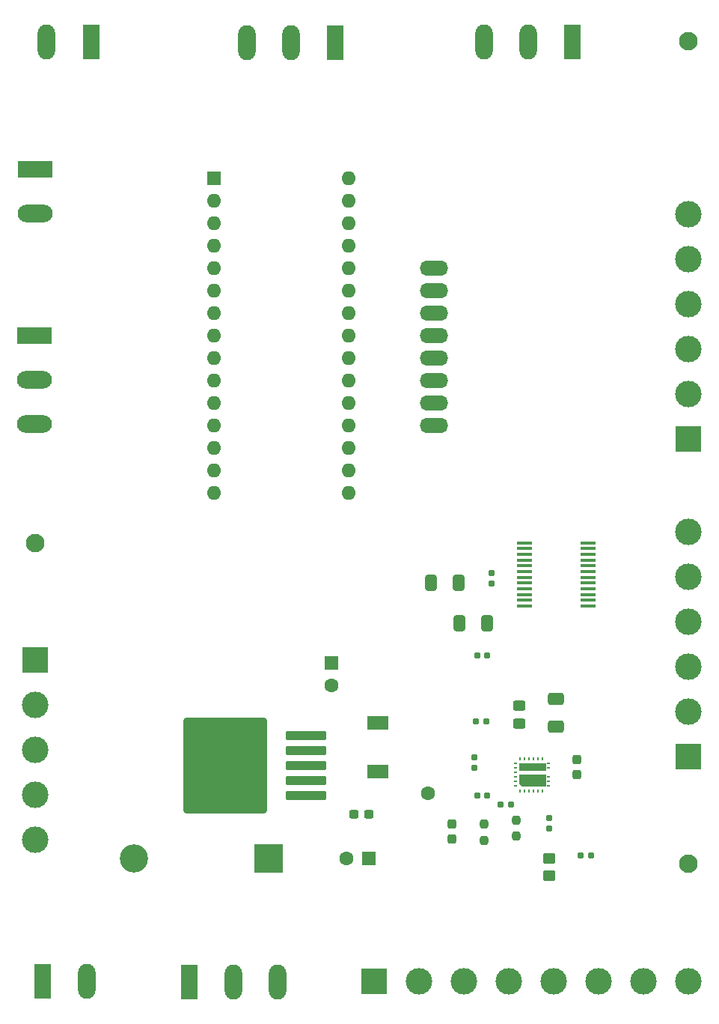
<source format=gbr>
%TF.GenerationSoftware,KiCad,Pcbnew,8.0.4*%
%TF.CreationDate,2025-07-07T11:58:56-07:00*%
%TF.ProjectId,board,626f6172-642e-46b6-9963-61645f706362,rev?*%
%TF.SameCoordinates,Original*%
%TF.FileFunction,Soldermask,Top*%
%TF.FilePolarity,Negative*%
%FSLAX46Y46*%
G04 Gerber Fmt 4.6, Leading zero omitted, Abs format (unit mm)*
G04 Created by KiCad (PCBNEW 8.0.4) date 2025-07-07 11:58:56*
%MOMM*%
%LPD*%
G01*
G04 APERTURE LIST*
G04 Aperture macros list*
%AMRoundRect*
0 Rectangle with rounded corners*
0 $1 Rounding radius*
0 $2 $3 $4 $5 $6 $7 $8 $9 X,Y pos of 4 corners*
0 Add a 4 corners polygon primitive as box body*
4,1,4,$2,$3,$4,$5,$6,$7,$8,$9,$2,$3,0*
0 Add four circle primitives for the rounded corners*
1,1,$1+$1,$2,$3*
1,1,$1+$1,$4,$5*
1,1,$1+$1,$6,$7*
1,1,$1+$1,$8,$9*
0 Add four rect primitives between the rounded corners*
20,1,$1+$1,$2,$3,$4,$5,0*
20,1,$1+$1,$4,$5,$6,$7,0*
20,1,$1+$1,$6,$7,$8,$9,0*
20,1,$1+$1,$8,$9,$2,$3,0*%
%AMOutline5P*
0 Free polygon, 5 corners , with rotation*
0 The origin of the aperture is its center*
0 number of corners: always 5*
0 $1 to $10 corner X, Y*
0 $11 Rotation angle, in degrees counterclockwise*
0 create outline with 5 corners*
4,1,5,$1,$2,$3,$4,$5,$6,$7,$8,$9,$10,$1,$2,$11*%
%AMOutline6P*
0 Free polygon, 6 corners , with rotation*
0 The origin of the aperture is its center*
0 number of corners: always 6*
0 $1 to $12 corner X, Y*
0 $13 Rotation angle, in degrees counterclockwise*
0 create outline with 6 corners*
4,1,6,$1,$2,$3,$4,$5,$6,$7,$8,$9,$10,$11,$12,$1,$2,$13*%
%AMOutline7P*
0 Free polygon, 7 corners , with rotation*
0 The origin of the aperture is its center*
0 number of corners: always 7*
0 $1 to $14 corner X, Y*
0 $15 Rotation angle, in degrees counterclockwise*
0 create outline with 7 corners*
4,1,7,$1,$2,$3,$4,$5,$6,$7,$8,$9,$10,$11,$12,$13,$14,$1,$2,$15*%
%AMOutline8P*
0 Free polygon, 8 corners , with rotation*
0 The origin of the aperture is its center*
0 number of corners: always 8*
0 $1 to $16 corner X, Y*
0 $17 Rotation angle, in degrees counterclockwise*
0 create outline with 8 corners*
4,1,8,$1,$2,$3,$4,$5,$6,$7,$8,$9,$10,$11,$12,$13,$14,$15,$16,$1,$2,$17*%
G04 Aperture macros list end*
%ADD10R,1.980000X3.960000*%
%ADD11O,1.980000X3.960000*%
%ADD12RoundRect,0.237500X0.300000X0.237500X-0.300000X0.237500X-0.300000X-0.237500X0.300000X-0.237500X0*%
%ADD13R,3.000000X3.000000*%
%ADD14C,3.000000*%
%ADD15R,3.960000X1.980000*%
%ADD16O,3.960000X1.980000*%
%ADD17RoundRect,0.250000X2.050000X0.300000X-2.050000X0.300000X-2.050000X-0.300000X2.050000X-0.300000X0*%
%ADD18RoundRect,0.250002X4.449998X5.149998X-4.449998X5.149998X-4.449998X-5.149998X4.449998X-5.149998X0*%
%ADD19C,1.600000*%
%ADD20RoundRect,0.160000X-0.197500X-0.160000X0.197500X-0.160000X0.197500X0.160000X-0.197500X0.160000X0*%
%ADD21R,1.750000X0.450000*%
%ADD22C,2.100000*%
%ADD23R,1.600000X1.600000*%
%ADD24O,1.600000X1.600000*%
%ADD25RoundRect,0.160000X0.160000X-0.197500X0.160000X0.197500X-0.160000X0.197500X-0.160000X-0.197500X0*%
%ADD26RoundRect,0.155000X0.212500X0.155000X-0.212500X0.155000X-0.212500X-0.155000X0.212500X-0.155000X0*%
%ADD27RoundRect,0.237500X0.237500X-0.300000X0.237500X0.300000X-0.237500X0.300000X-0.237500X-0.300000X0*%
%ADD28RoundRect,0.250000X-0.650000X0.412500X-0.650000X-0.412500X0.650000X-0.412500X0.650000X0.412500X0*%
%ADD29RoundRect,0.250000X0.412500X0.650000X-0.412500X0.650000X-0.412500X-0.650000X0.412500X-0.650000X0*%
%ADD30R,2.400000X1.500000*%
%ADD31RoundRect,0.160000X-0.160000X0.197500X-0.160000X-0.197500X0.160000X-0.197500X0.160000X0.197500X0*%
%ADD32RoundRect,0.237500X-0.237500X0.300000X-0.237500X-0.300000X0.237500X-0.300000X0.237500X0.300000X0*%
%ADD33O,3.204000X1.704000*%
%ADD34RoundRect,0.237500X-0.237500X0.250000X-0.237500X-0.250000X0.237500X-0.250000X0.237500X0.250000X0*%
%ADD35RoundRect,0.250000X-0.450000X0.325000X-0.450000X-0.325000X0.450000X-0.325000X0.450000X0.325000X0*%
%ADD36RoundRect,0.155000X0.155000X-0.212500X0.155000X0.212500X-0.155000X0.212500X-0.155000X-0.212500X0*%
%ADD37RoundRect,0.250000X-0.450000X0.350000X-0.450000X-0.350000X0.450000X-0.350000X0.450000X0.350000X0*%
%ADD38R,0.254000X0.457200*%
%ADD39R,0.330200X0.254000*%
%ADD40R,0.457200X0.254000*%
%ADD41Outline5P,-0.653500X1.291600X-0.392100X1.553000X0.653500X1.553000X0.653500X-1.553000X-0.653500X-1.553000X90.000000*%
%ADD42R,3.099000X0.950000*%
%ADD43R,3.200000X3.200000*%
%ADD44O,3.200000X3.200000*%
G04 APERTURE END LIST*
D10*
%TO.C,J1*%
X59685000Y-160500000D03*
D11*
X64685000Y-160500000D03*
%TD*%
D12*
%TO.C,C6*%
X96562500Y-141600000D03*
X94837500Y-141600000D03*
%TD*%
D13*
%TO.C,J7*%
X97200000Y-160550000D03*
D14*
X102280000Y-160550000D03*
X107360000Y-160550000D03*
X112440000Y-160550000D03*
X117520000Y-160550000D03*
X122600000Y-160550000D03*
X127680000Y-160550000D03*
X132760000Y-160550000D03*
%TD*%
D10*
%TO.C,J10*%
X76250000Y-160600000D03*
D11*
X81250000Y-160600000D03*
X86250000Y-160600000D03*
%TD*%
D15*
%TO.C,J5*%
X58750000Y-87550000D03*
D16*
X58750000Y-92550000D03*
X58750000Y-97550000D03*
%TD*%
D17*
%TO.C,U2*%
X89500000Y-139550000D03*
X89500000Y-137850000D03*
X89500000Y-136150000D03*
D18*
X80350000Y-136150000D03*
D17*
X89500000Y-134450000D03*
X89500000Y-132750000D03*
%TD*%
D19*
%TO.C,REF\u002A\u002A*%
X103300000Y-139300000D03*
%TD*%
D20*
%TO.C,R3*%
X120550000Y-146300000D03*
X121745000Y-146300000D03*
%TD*%
D21*
%TO.C,U1*%
X121400000Y-118100000D03*
X121400000Y-117450000D03*
X121400000Y-116800000D03*
X121400000Y-116150000D03*
X121400000Y-115500000D03*
X121400000Y-114850000D03*
X121400000Y-114200000D03*
X121400000Y-113550000D03*
X121400000Y-112900000D03*
X121400000Y-112250000D03*
X121400000Y-111600000D03*
X121400000Y-110950000D03*
X114200000Y-110950000D03*
X114200000Y-111600000D03*
X114200000Y-112250000D03*
X114200000Y-112900000D03*
X114200000Y-113550000D03*
X114200000Y-114200000D03*
X114200000Y-114850000D03*
X114200000Y-115500000D03*
X114200000Y-116150000D03*
X114200000Y-116800000D03*
X114200000Y-117450000D03*
X114200000Y-118100000D03*
%TD*%
D22*
%TO.C,REF\u002A\u002A*%
X132750000Y-54250000D03*
%TD*%
D23*
%TO.C,A1*%
X79035000Y-69750000D03*
D24*
X79035000Y-72290000D03*
X79035000Y-74830000D03*
X79035000Y-77370000D03*
X79035000Y-79910000D03*
X79035000Y-82450000D03*
X79035000Y-84990000D03*
X79035000Y-87530000D03*
X79035000Y-90070000D03*
X79035000Y-92610000D03*
X79035000Y-95150000D03*
X79035000Y-97690000D03*
X79035000Y-100230000D03*
X79035000Y-102770000D03*
X79035000Y-105310000D03*
X94275000Y-105310000D03*
X94275000Y-102770000D03*
X94275000Y-100230000D03*
X94275000Y-97690000D03*
X94275000Y-95150000D03*
X94275000Y-92610000D03*
X94275000Y-90070000D03*
X94275000Y-87530000D03*
X94275000Y-84990000D03*
X94275000Y-82450000D03*
X94275000Y-79910000D03*
X94275000Y-77370000D03*
X94275000Y-74830000D03*
X94275000Y-72290000D03*
X94275000Y-69750000D03*
%TD*%
D13*
%TO.C,J4*%
X132750000Y-99200000D03*
D14*
X132750000Y-94120000D03*
X132750000Y-89040000D03*
X132750000Y-83960000D03*
X132750000Y-78880000D03*
X132750000Y-73800000D03*
%TD*%
D13*
%TO.C,J2*%
X132750000Y-135150000D03*
D14*
X132750000Y-130070000D03*
X132750000Y-124990000D03*
X132750000Y-119910000D03*
X132750000Y-114830000D03*
X132750000Y-109750000D03*
%TD*%
D25*
%TO.C,R5*%
X117000000Y-143247500D03*
X117000000Y-142052500D03*
%TD*%
D13*
%TO.C,J8*%
X58800000Y-124230000D03*
D14*
X58800000Y-129310000D03*
X58800000Y-134390000D03*
X58800000Y-139470000D03*
X58800000Y-144550000D03*
%TD*%
D26*
%TO.C,C8*%
X109850000Y-131162500D03*
X108715000Y-131162500D03*
%TD*%
D22*
%TO.C,REF\u002A\u002A*%
X132750000Y-147250000D03*
%TD*%
D27*
%TO.C,C10*%
X120100000Y-137175000D03*
X120100000Y-135450000D03*
%TD*%
D28*
%TO.C,C9*%
X117750000Y-128587500D03*
X117750000Y-131712500D03*
%TD*%
D29*
%TO.C,C2*%
X106750000Y-115450000D03*
X103625000Y-115450000D03*
%TD*%
D15*
%TO.C,J3*%
X58800000Y-68750000D03*
D16*
X58800000Y-73750000D03*
%TD*%
D30*
%TO.C,L1*%
X97550000Y-136800000D03*
X97550000Y-131300000D03*
%TD*%
D31*
%TO.C,R7*%
X108500000Y-135205000D03*
X108500000Y-136400000D03*
%TD*%
D32*
%TO.C,C12*%
X106000000Y-142737500D03*
X106000000Y-144462500D03*
%TD*%
D10*
%TO.C,J12*%
X92750000Y-54450000D03*
D11*
X87750000Y-54450000D03*
X82750000Y-54450000D03*
%TD*%
D33*
%TO.C,ACC1*%
X103950000Y-95160000D03*
X103950000Y-82460000D03*
X103950000Y-97700000D03*
X103950000Y-85000000D03*
X103950000Y-87540000D03*
X103950000Y-79920000D03*
X103950000Y-92620000D03*
X103950000Y-90080000D03*
%TD*%
D29*
%TO.C,C4*%
X109975000Y-120000000D03*
X106850000Y-120000000D03*
%TD*%
D34*
%TO.C,R1*%
X109650000Y-142737500D03*
X109650000Y-144562500D03*
%TD*%
D35*
%TO.C,L2*%
X113550000Y-129362500D03*
X113550000Y-131412500D03*
%TD*%
D36*
%TO.C,C1*%
X110500000Y-115517500D03*
X110500000Y-114382500D03*
%TD*%
D37*
%TO.C,R4*%
X117000000Y-146600000D03*
X117000000Y-148600000D03*
%TD*%
D26*
%TO.C,C11*%
X109950000Y-139500000D03*
X108815000Y-139500000D03*
%TD*%
D22*
%TO.C,REF\u002A\u002A*%
X58800000Y-111000000D03*
%TD*%
D34*
%TO.C,R2*%
X113250000Y-142300000D03*
X113250000Y-144125000D03*
%TD*%
D10*
%TO.C,J6*%
X65120000Y-54350000D03*
D11*
X60120000Y-54350000D03*
%TD*%
D38*
%TO.C,U3*%
X113711550Y-138987500D03*
X114211930Y-138987500D03*
X114712310Y-138987500D03*
X115212690Y-138987500D03*
X115713070Y-138987500D03*
X116213450Y-138987500D03*
D39*
X116850990Y-138413450D03*
X116850990Y-137913070D03*
X116850990Y-137412690D03*
X116850990Y-136411930D03*
X116850990Y-135911550D03*
D38*
X116213450Y-135337500D03*
X115713070Y-135337500D03*
X115212690Y-135337500D03*
X114712310Y-135337500D03*
X114211930Y-135337500D03*
X113711550Y-135337500D03*
D40*
X113137510Y-135911550D03*
X113137510Y-136411930D03*
X113137510Y-136912310D03*
X113137510Y-137412690D03*
X113137510Y-137913070D03*
X113137510Y-138413450D03*
D41*
X115132500Y-137822500D03*
D42*
X115132500Y-136322500D03*
%TD*%
D23*
%TO.C,C5*%
X96550000Y-146600000D03*
D19*
X94050000Y-146600000D03*
%TD*%
D43*
%TO.C,D1*%
X85200000Y-146650000D03*
D44*
X69960000Y-146650000D03*
%TD*%
D20*
%TO.C,R6*%
X111500000Y-140500000D03*
X112695000Y-140500000D03*
%TD*%
D10*
%TO.C,J13*%
X119600000Y-54350000D03*
D11*
X114600000Y-54350000D03*
X109600000Y-54350000D03*
%TD*%
D23*
%TO.C,C7*%
X92350000Y-124550000D03*
D19*
X92350000Y-127050000D03*
%TD*%
D26*
%TO.C,C3*%
X109975000Y-123650000D03*
X108840000Y-123650000D03*
%TD*%
M02*

</source>
